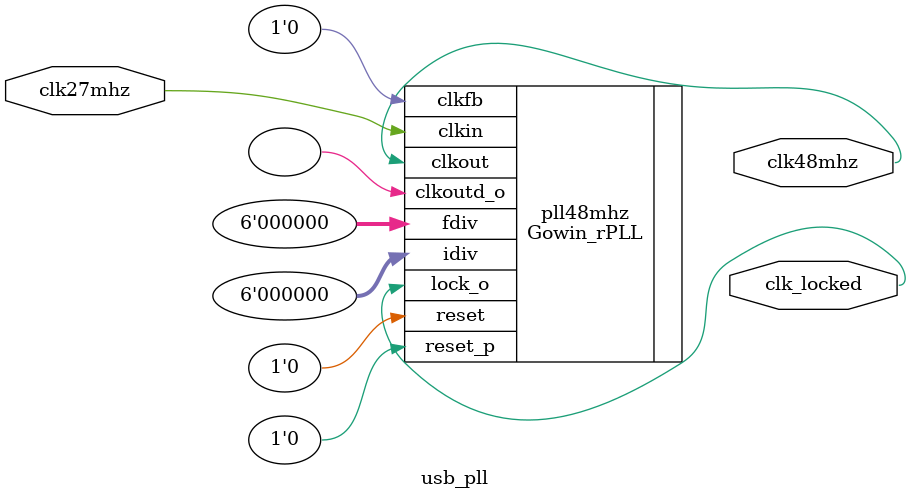
<source format=v>

module usb_pll (
    input clk27mhz,
    output clk48mhz,
    output clk_locked
);

Gowin_rPLL pll48mhz (
    .clkout(clk48mhz), 
    .clkin(clk27mhz), 
    .lock_o(clk_locked), 
    .reset(1'b0), 
    .reset_p(1'b0),
    .clkfb(1'b0), 
    .clkoutd_o(),
    .fdiv(6'b0), 
    .idiv(6'b0)
);
	defparam pll48mhz.DEVICE = "GW1NR-9C";
	defparam pll48mhz.FCLKIN = "27";
	defparam pll48mhz.IDIV_SEL = 8;
	defparam pll48mhz.FBDIV_SEL = 15;
	defparam pll48mhz.ODIV_SEL = 16;
	defparam pll48mhz.DYN_FBDIV_SEL="false";
	defparam pll48mhz.DYN_IDIV_SEL="false";
	defparam pll48mhz.DYN_ODIV_SEL="false";
	defparam pll48mhz.DYN_SDIV_SEL=124;
	defparam pll48mhz.PSDA_SEL="0000";


endmodule
</source>
